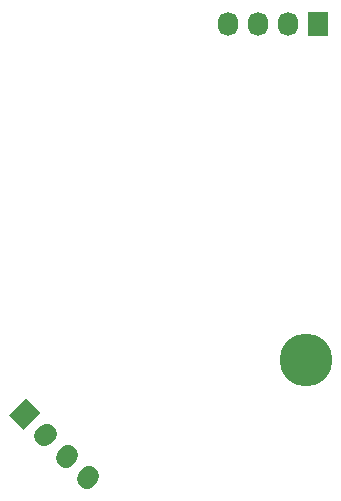
<source format=gbl>
G04 #@! TF.FileFunction,Copper,L2,Bot,Signal*
%FSLAX46Y46*%
G04 Gerber Fmt 4.6, Leading zero omitted, Abs format (unit mm)*
G04 Created by KiCad (PCBNEW 4.0.2+dfsg1-stable) date Fri 05 Oct 2018 02:59:10 AM EDT*
%MOMM*%
G01*
G04 APERTURE LIST*
%ADD10C,0.100000*%
%ADD11C,4.470400*%
%ADD12C,1.727200*%
%ADD13R,1.727200X2.032000*%
%ADD14O,1.727200X2.032000*%
G04 APERTURE END LIST*
D10*
D11*
X152908000Y-106680000D03*
D10*
G36*
X128924237Y-112581078D02*
X127702922Y-111359763D01*
X129139763Y-109922922D01*
X130361078Y-111144237D01*
X128924237Y-112581078D01*
X128924237Y-112581078D01*
G37*
D12*
X130720288Y-113155814D02*
X130935814Y-112940288D01*
X132516339Y-114951865D02*
X132731865Y-114736339D01*
X134312391Y-116747917D02*
X134527917Y-116532391D01*
D13*
X153924000Y-78232000D03*
D14*
X151384000Y-78232000D03*
X148844000Y-78232000D03*
X146304000Y-78232000D03*
M02*

</source>
